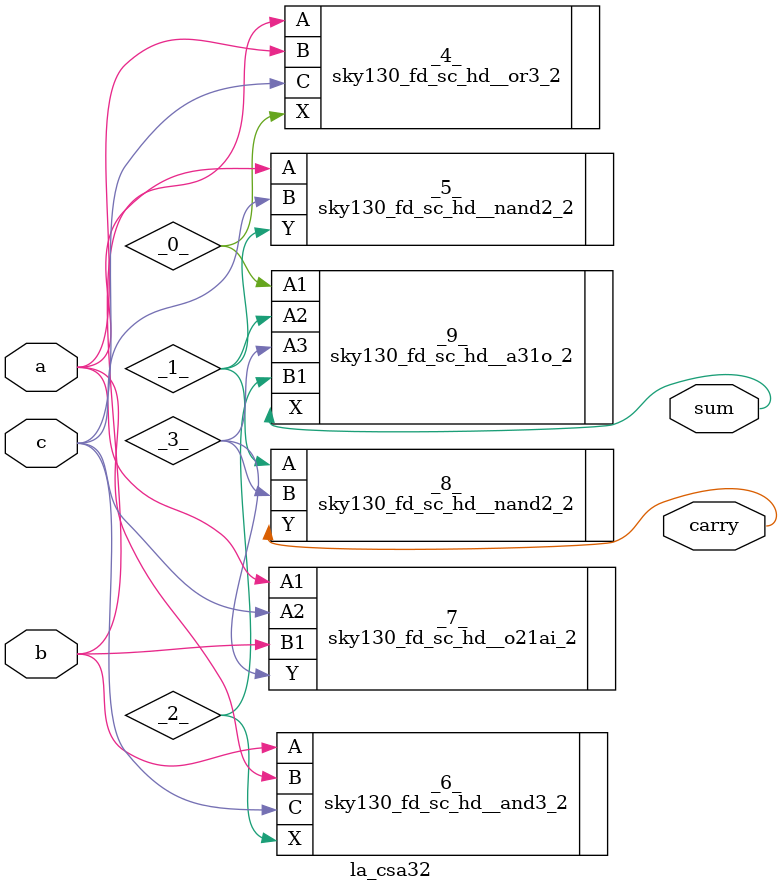
<source format=v>

module la_csa32(a, b, c, sum, carry);
  wire _0_;
  wire _1_;
  wire _2_;
  wire _3_;
  input a;
  input b;
  input c;
  output carry;
  output sum;
  sky130_fd_sc_hd__or3_2 _4_ (
    .A(b),
    .B(a),
    .C(c),
    .X(_0_)
  );
  sky130_fd_sc_hd__nand2_2 _5_ (
    .A(a),
    .B(c),
    .Y(_1_)
  );
  sky130_fd_sc_hd__and3_2 _6_ (
    .A(b),
    .B(a),
    .C(c),
    .X(_2_)
  );
  sky130_fd_sc_hd__o21ai_2 _7_ (
    .A1(a),
    .A2(c),
    .B1(b),
    .Y(_3_)
  );
  sky130_fd_sc_hd__nand2_2 _8_ (
    .A(_1_),
    .B(_3_),
    .Y(carry)
  );
  sky130_fd_sc_hd__a31o_2 _9_ (
    .A1(_0_),
    .A2(_1_),
    .A3(_3_),
    .B1(_2_),
    .X(sum)
  );
endmodule

</source>
